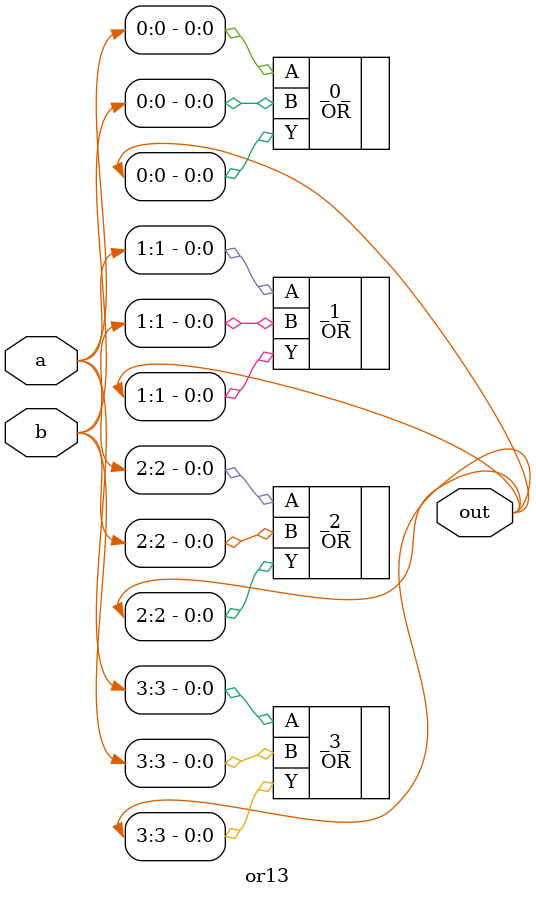
<source format=v>
/* Generated by Yosys 0.41+83 (git sha1 7045cf509, x86_64-w64-mingw32-g++ 13.2.1 -Os) */

/* cells_not_processed =  1  */
/* src = "or13.v:1.1-15.10" */
module or13(a, b, out);
  /* src = "or13.v:2.22-2.23" */
  input [3:0] a;
  wire [3:0] a;
  /* src = "or13.v:3.22-3.23" */
  input [3:0] b;
  wire [3:0] b;
  /* src = "or13.v:4.22-4.25" */
  output [3:0] out;
  wire [3:0] out;
  OR _0_ (
    .A(a[0]),
    .B(b[0]),
    .Y(out[0])
  );
  OR _1_ (
    .A(a[1]),
    .B(b[1]),
    .Y(out[1])
  );
  OR _2_ (
    .A(a[2]),
    .B(b[2]),
    .Y(out[2])
  );
  OR _3_ (
    .A(a[3]),
    .B(b[3]),
    .Y(out[3])
  );
endmodule

</source>
